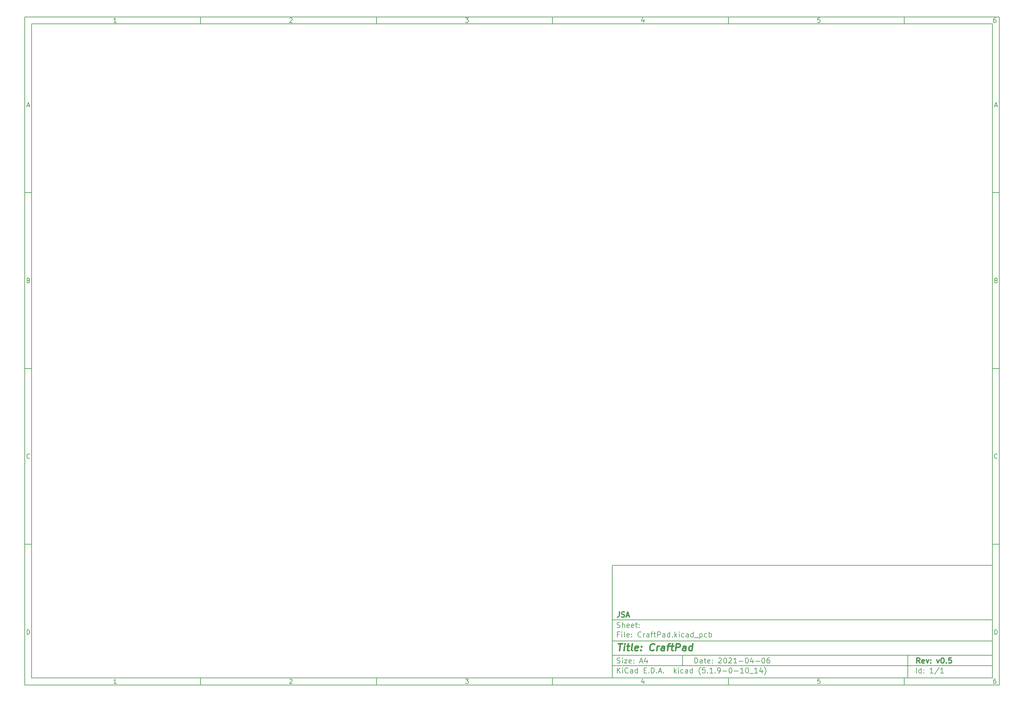
<source format=gbr>
%TF.GenerationSoftware,KiCad,Pcbnew,(5.1.9-0-10_14)*%
%TF.CreationDate,2021-04-06T08:54:49+08:00*%
%TF.ProjectId,CraftPad,43726166-7450-4616-942e-6b696361645f,v0.5*%
%TF.SameCoordinates,Original*%
%TF.FileFunction,Other,Comment*%
%FSLAX46Y46*%
G04 Gerber Fmt 4.6, Leading zero omitted, Abs format (unit mm)*
G04 Created by KiCad (PCBNEW (5.1.9-0-10_14)) date 2021-04-06 08:54:49*
%MOMM*%
%LPD*%
G01*
G04 APERTURE LIST*
%ADD10C,0.100000*%
%ADD11C,0.150000*%
%ADD12C,0.300000*%
%ADD13C,0.400000*%
G04 APERTURE END LIST*
D10*
D11*
X177002200Y-166007200D02*
X177002200Y-198007200D01*
X285002200Y-198007200D01*
X285002200Y-166007200D01*
X177002200Y-166007200D01*
D10*
D11*
X10000000Y-10000000D02*
X10000000Y-200007200D01*
X287002200Y-200007200D01*
X287002200Y-10000000D01*
X10000000Y-10000000D01*
D10*
D11*
X12000000Y-12000000D02*
X12000000Y-198007200D01*
X285002200Y-198007200D01*
X285002200Y-12000000D01*
X12000000Y-12000000D01*
D10*
D11*
X60000000Y-12000000D02*
X60000000Y-10000000D01*
D10*
D11*
X110000000Y-12000000D02*
X110000000Y-10000000D01*
D10*
D11*
X160000000Y-12000000D02*
X160000000Y-10000000D01*
D10*
D11*
X210000000Y-12000000D02*
X210000000Y-10000000D01*
D10*
D11*
X260000000Y-12000000D02*
X260000000Y-10000000D01*
D10*
D11*
X36065476Y-11588095D02*
X35322619Y-11588095D01*
X35694047Y-11588095D02*
X35694047Y-10288095D01*
X35570238Y-10473809D01*
X35446428Y-10597619D01*
X35322619Y-10659523D01*
D10*
D11*
X85322619Y-10411904D02*
X85384523Y-10350000D01*
X85508333Y-10288095D01*
X85817857Y-10288095D01*
X85941666Y-10350000D01*
X86003571Y-10411904D01*
X86065476Y-10535714D01*
X86065476Y-10659523D01*
X86003571Y-10845238D01*
X85260714Y-11588095D01*
X86065476Y-11588095D01*
D10*
D11*
X135260714Y-10288095D02*
X136065476Y-10288095D01*
X135632142Y-10783333D01*
X135817857Y-10783333D01*
X135941666Y-10845238D01*
X136003571Y-10907142D01*
X136065476Y-11030952D01*
X136065476Y-11340476D01*
X136003571Y-11464285D01*
X135941666Y-11526190D01*
X135817857Y-11588095D01*
X135446428Y-11588095D01*
X135322619Y-11526190D01*
X135260714Y-11464285D01*
D10*
D11*
X185941666Y-10721428D02*
X185941666Y-11588095D01*
X185632142Y-10226190D02*
X185322619Y-11154761D01*
X186127380Y-11154761D01*
D10*
D11*
X236003571Y-10288095D02*
X235384523Y-10288095D01*
X235322619Y-10907142D01*
X235384523Y-10845238D01*
X235508333Y-10783333D01*
X235817857Y-10783333D01*
X235941666Y-10845238D01*
X236003571Y-10907142D01*
X236065476Y-11030952D01*
X236065476Y-11340476D01*
X236003571Y-11464285D01*
X235941666Y-11526190D01*
X235817857Y-11588095D01*
X235508333Y-11588095D01*
X235384523Y-11526190D01*
X235322619Y-11464285D01*
D10*
D11*
X285941666Y-10288095D02*
X285694047Y-10288095D01*
X285570238Y-10350000D01*
X285508333Y-10411904D01*
X285384523Y-10597619D01*
X285322619Y-10845238D01*
X285322619Y-11340476D01*
X285384523Y-11464285D01*
X285446428Y-11526190D01*
X285570238Y-11588095D01*
X285817857Y-11588095D01*
X285941666Y-11526190D01*
X286003571Y-11464285D01*
X286065476Y-11340476D01*
X286065476Y-11030952D01*
X286003571Y-10907142D01*
X285941666Y-10845238D01*
X285817857Y-10783333D01*
X285570238Y-10783333D01*
X285446428Y-10845238D01*
X285384523Y-10907142D01*
X285322619Y-11030952D01*
D10*
D11*
X60000000Y-198007200D02*
X60000000Y-200007200D01*
D10*
D11*
X110000000Y-198007200D02*
X110000000Y-200007200D01*
D10*
D11*
X160000000Y-198007200D02*
X160000000Y-200007200D01*
D10*
D11*
X210000000Y-198007200D02*
X210000000Y-200007200D01*
D10*
D11*
X260000000Y-198007200D02*
X260000000Y-200007200D01*
D10*
D11*
X36065476Y-199595295D02*
X35322619Y-199595295D01*
X35694047Y-199595295D02*
X35694047Y-198295295D01*
X35570238Y-198481009D01*
X35446428Y-198604819D01*
X35322619Y-198666723D01*
D10*
D11*
X85322619Y-198419104D02*
X85384523Y-198357200D01*
X85508333Y-198295295D01*
X85817857Y-198295295D01*
X85941666Y-198357200D01*
X86003571Y-198419104D01*
X86065476Y-198542914D01*
X86065476Y-198666723D01*
X86003571Y-198852438D01*
X85260714Y-199595295D01*
X86065476Y-199595295D01*
D10*
D11*
X135260714Y-198295295D02*
X136065476Y-198295295D01*
X135632142Y-198790533D01*
X135817857Y-198790533D01*
X135941666Y-198852438D01*
X136003571Y-198914342D01*
X136065476Y-199038152D01*
X136065476Y-199347676D01*
X136003571Y-199471485D01*
X135941666Y-199533390D01*
X135817857Y-199595295D01*
X135446428Y-199595295D01*
X135322619Y-199533390D01*
X135260714Y-199471485D01*
D10*
D11*
X185941666Y-198728628D02*
X185941666Y-199595295D01*
X185632142Y-198233390D02*
X185322619Y-199161961D01*
X186127380Y-199161961D01*
D10*
D11*
X236003571Y-198295295D02*
X235384523Y-198295295D01*
X235322619Y-198914342D01*
X235384523Y-198852438D01*
X235508333Y-198790533D01*
X235817857Y-198790533D01*
X235941666Y-198852438D01*
X236003571Y-198914342D01*
X236065476Y-199038152D01*
X236065476Y-199347676D01*
X236003571Y-199471485D01*
X235941666Y-199533390D01*
X235817857Y-199595295D01*
X235508333Y-199595295D01*
X235384523Y-199533390D01*
X235322619Y-199471485D01*
D10*
D11*
X285941666Y-198295295D02*
X285694047Y-198295295D01*
X285570238Y-198357200D01*
X285508333Y-198419104D01*
X285384523Y-198604819D01*
X285322619Y-198852438D01*
X285322619Y-199347676D01*
X285384523Y-199471485D01*
X285446428Y-199533390D01*
X285570238Y-199595295D01*
X285817857Y-199595295D01*
X285941666Y-199533390D01*
X286003571Y-199471485D01*
X286065476Y-199347676D01*
X286065476Y-199038152D01*
X286003571Y-198914342D01*
X285941666Y-198852438D01*
X285817857Y-198790533D01*
X285570238Y-198790533D01*
X285446428Y-198852438D01*
X285384523Y-198914342D01*
X285322619Y-199038152D01*
D10*
D11*
X10000000Y-60000000D02*
X12000000Y-60000000D01*
D10*
D11*
X10000000Y-110000000D02*
X12000000Y-110000000D01*
D10*
D11*
X10000000Y-160000000D02*
X12000000Y-160000000D01*
D10*
D11*
X10690476Y-35216666D02*
X11309523Y-35216666D01*
X10566666Y-35588095D02*
X11000000Y-34288095D01*
X11433333Y-35588095D01*
D10*
D11*
X11092857Y-84907142D02*
X11278571Y-84969047D01*
X11340476Y-85030952D01*
X11402380Y-85154761D01*
X11402380Y-85340476D01*
X11340476Y-85464285D01*
X11278571Y-85526190D01*
X11154761Y-85588095D01*
X10659523Y-85588095D01*
X10659523Y-84288095D01*
X11092857Y-84288095D01*
X11216666Y-84350000D01*
X11278571Y-84411904D01*
X11340476Y-84535714D01*
X11340476Y-84659523D01*
X11278571Y-84783333D01*
X11216666Y-84845238D01*
X11092857Y-84907142D01*
X10659523Y-84907142D01*
D10*
D11*
X11402380Y-135464285D02*
X11340476Y-135526190D01*
X11154761Y-135588095D01*
X11030952Y-135588095D01*
X10845238Y-135526190D01*
X10721428Y-135402380D01*
X10659523Y-135278571D01*
X10597619Y-135030952D01*
X10597619Y-134845238D01*
X10659523Y-134597619D01*
X10721428Y-134473809D01*
X10845238Y-134350000D01*
X11030952Y-134288095D01*
X11154761Y-134288095D01*
X11340476Y-134350000D01*
X11402380Y-134411904D01*
D10*
D11*
X10659523Y-185588095D02*
X10659523Y-184288095D01*
X10969047Y-184288095D01*
X11154761Y-184350000D01*
X11278571Y-184473809D01*
X11340476Y-184597619D01*
X11402380Y-184845238D01*
X11402380Y-185030952D01*
X11340476Y-185278571D01*
X11278571Y-185402380D01*
X11154761Y-185526190D01*
X10969047Y-185588095D01*
X10659523Y-185588095D01*
D10*
D11*
X287002200Y-60000000D02*
X285002200Y-60000000D01*
D10*
D11*
X287002200Y-110000000D02*
X285002200Y-110000000D01*
D10*
D11*
X287002200Y-160000000D02*
X285002200Y-160000000D01*
D10*
D11*
X285692676Y-35216666D02*
X286311723Y-35216666D01*
X285568866Y-35588095D02*
X286002200Y-34288095D01*
X286435533Y-35588095D01*
D10*
D11*
X286095057Y-84907142D02*
X286280771Y-84969047D01*
X286342676Y-85030952D01*
X286404580Y-85154761D01*
X286404580Y-85340476D01*
X286342676Y-85464285D01*
X286280771Y-85526190D01*
X286156961Y-85588095D01*
X285661723Y-85588095D01*
X285661723Y-84288095D01*
X286095057Y-84288095D01*
X286218866Y-84350000D01*
X286280771Y-84411904D01*
X286342676Y-84535714D01*
X286342676Y-84659523D01*
X286280771Y-84783333D01*
X286218866Y-84845238D01*
X286095057Y-84907142D01*
X285661723Y-84907142D01*
D10*
D11*
X286404580Y-135464285D02*
X286342676Y-135526190D01*
X286156961Y-135588095D01*
X286033152Y-135588095D01*
X285847438Y-135526190D01*
X285723628Y-135402380D01*
X285661723Y-135278571D01*
X285599819Y-135030952D01*
X285599819Y-134845238D01*
X285661723Y-134597619D01*
X285723628Y-134473809D01*
X285847438Y-134350000D01*
X286033152Y-134288095D01*
X286156961Y-134288095D01*
X286342676Y-134350000D01*
X286404580Y-134411904D01*
D10*
D11*
X285661723Y-185588095D02*
X285661723Y-184288095D01*
X285971247Y-184288095D01*
X286156961Y-184350000D01*
X286280771Y-184473809D01*
X286342676Y-184597619D01*
X286404580Y-184845238D01*
X286404580Y-185030952D01*
X286342676Y-185278571D01*
X286280771Y-185402380D01*
X286156961Y-185526190D01*
X285971247Y-185588095D01*
X285661723Y-185588095D01*
D10*
D11*
X200434342Y-193785771D02*
X200434342Y-192285771D01*
X200791485Y-192285771D01*
X201005771Y-192357200D01*
X201148628Y-192500057D01*
X201220057Y-192642914D01*
X201291485Y-192928628D01*
X201291485Y-193142914D01*
X201220057Y-193428628D01*
X201148628Y-193571485D01*
X201005771Y-193714342D01*
X200791485Y-193785771D01*
X200434342Y-193785771D01*
X202577200Y-193785771D02*
X202577200Y-193000057D01*
X202505771Y-192857200D01*
X202362914Y-192785771D01*
X202077200Y-192785771D01*
X201934342Y-192857200D01*
X202577200Y-193714342D02*
X202434342Y-193785771D01*
X202077200Y-193785771D01*
X201934342Y-193714342D01*
X201862914Y-193571485D01*
X201862914Y-193428628D01*
X201934342Y-193285771D01*
X202077200Y-193214342D01*
X202434342Y-193214342D01*
X202577200Y-193142914D01*
X203077200Y-192785771D02*
X203648628Y-192785771D01*
X203291485Y-192285771D02*
X203291485Y-193571485D01*
X203362914Y-193714342D01*
X203505771Y-193785771D01*
X203648628Y-193785771D01*
X204720057Y-193714342D02*
X204577200Y-193785771D01*
X204291485Y-193785771D01*
X204148628Y-193714342D01*
X204077200Y-193571485D01*
X204077200Y-193000057D01*
X204148628Y-192857200D01*
X204291485Y-192785771D01*
X204577200Y-192785771D01*
X204720057Y-192857200D01*
X204791485Y-193000057D01*
X204791485Y-193142914D01*
X204077200Y-193285771D01*
X205434342Y-193642914D02*
X205505771Y-193714342D01*
X205434342Y-193785771D01*
X205362914Y-193714342D01*
X205434342Y-193642914D01*
X205434342Y-193785771D01*
X205434342Y-192857200D02*
X205505771Y-192928628D01*
X205434342Y-193000057D01*
X205362914Y-192928628D01*
X205434342Y-192857200D01*
X205434342Y-193000057D01*
X207220057Y-192428628D02*
X207291485Y-192357200D01*
X207434342Y-192285771D01*
X207791485Y-192285771D01*
X207934342Y-192357200D01*
X208005771Y-192428628D01*
X208077200Y-192571485D01*
X208077200Y-192714342D01*
X208005771Y-192928628D01*
X207148628Y-193785771D01*
X208077200Y-193785771D01*
X209005771Y-192285771D02*
X209148628Y-192285771D01*
X209291485Y-192357200D01*
X209362914Y-192428628D01*
X209434342Y-192571485D01*
X209505771Y-192857200D01*
X209505771Y-193214342D01*
X209434342Y-193500057D01*
X209362914Y-193642914D01*
X209291485Y-193714342D01*
X209148628Y-193785771D01*
X209005771Y-193785771D01*
X208862914Y-193714342D01*
X208791485Y-193642914D01*
X208720057Y-193500057D01*
X208648628Y-193214342D01*
X208648628Y-192857200D01*
X208720057Y-192571485D01*
X208791485Y-192428628D01*
X208862914Y-192357200D01*
X209005771Y-192285771D01*
X210077200Y-192428628D02*
X210148628Y-192357200D01*
X210291485Y-192285771D01*
X210648628Y-192285771D01*
X210791485Y-192357200D01*
X210862914Y-192428628D01*
X210934342Y-192571485D01*
X210934342Y-192714342D01*
X210862914Y-192928628D01*
X210005771Y-193785771D01*
X210934342Y-193785771D01*
X212362914Y-193785771D02*
X211505771Y-193785771D01*
X211934342Y-193785771D02*
X211934342Y-192285771D01*
X211791485Y-192500057D01*
X211648628Y-192642914D01*
X211505771Y-192714342D01*
X213005771Y-193214342D02*
X214148628Y-193214342D01*
X215148628Y-192285771D02*
X215291485Y-192285771D01*
X215434342Y-192357200D01*
X215505771Y-192428628D01*
X215577200Y-192571485D01*
X215648628Y-192857200D01*
X215648628Y-193214342D01*
X215577200Y-193500057D01*
X215505771Y-193642914D01*
X215434342Y-193714342D01*
X215291485Y-193785771D01*
X215148628Y-193785771D01*
X215005771Y-193714342D01*
X214934342Y-193642914D01*
X214862914Y-193500057D01*
X214791485Y-193214342D01*
X214791485Y-192857200D01*
X214862914Y-192571485D01*
X214934342Y-192428628D01*
X215005771Y-192357200D01*
X215148628Y-192285771D01*
X216934342Y-192785771D02*
X216934342Y-193785771D01*
X216577200Y-192214342D02*
X216220057Y-193285771D01*
X217148628Y-193285771D01*
X217720057Y-193214342D02*
X218862914Y-193214342D01*
X219862914Y-192285771D02*
X220005771Y-192285771D01*
X220148628Y-192357200D01*
X220220057Y-192428628D01*
X220291485Y-192571485D01*
X220362914Y-192857200D01*
X220362914Y-193214342D01*
X220291485Y-193500057D01*
X220220057Y-193642914D01*
X220148628Y-193714342D01*
X220005771Y-193785771D01*
X219862914Y-193785771D01*
X219720057Y-193714342D01*
X219648628Y-193642914D01*
X219577200Y-193500057D01*
X219505771Y-193214342D01*
X219505771Y-192857200D01*
X219577200Y-192571485D01*
X219648628Y-192428628D01*
X219720057Y-192357200D01*
X219862914Y-192285771D01*
X221648628Y-192285771D02*
X221362914Y-192285771D01*
X221220057Y-192357200D01*
X221148628Y-192428628D01*
X221005771Y-192642914D01*
X220934342Y-192928628D01*
X220934342Y-193500057D01*
X221005771Y-193642914D01*
X221077200Y-193714342D01*
X221220057Y-193785771D01*
X221505771Y-193785771D01*
X221648628Y-193714342D01*
X221720057Y-193642914D01*
X221791485Y-193500057D01*
X221791485Y-193142914D01*
X221720057Y-193000057D01*
X221648628Y-192928628D01*
X221505771Y-192857200D01*
X221220057Y-192857200D01*
X221077200Y-192928628D01*
X221005771Y-193000057D01*
X220934342Y-193142914D01*
D10*
D11*
X177002200Y-194507200D02*
X285002200Y-194507200D01*
D10*
D11*
X178434342Y-196585771D02*
X178434342Y-195085771D01*
X179291485Y-196585771D02*
X178648628Y-195728628D01*
X179291485Y-195085771D02*
X178434342Y-195942914D01*
X179934342Y-196585771D02*
X179934342Y-195585771D01*
X179934342Y-195085771D02*
X179862914Y-195157200D01*
X179934342Y-195228628D01*
X180005771Y-195157200D01*
X179934342Y-195085771D01*
X179934342Y-195228628D01*
X181505771Y-196442914D02*
X181434342Y-196514342D01*
X181220057Y-196585771D01*
X181077200Y-196585771D01*
X180862914Y-196514342D01*
X180720057Y-196371485D01*
X180648628Y-196228628D01*
X180577200Y-195942914D01*
X180577200Y-195728628D01*
X180648628Y-195442914D01*
X180720057Y-195300057D01*
X180862914Y-195157200D01*
X181077200Y-195085771D01*
X181220057Y-195085771D01*
X181434342Y-195157200D01*
X181505771Y-195228628D01*
X182791485Y-196585771D02*
X182791485Y-195800057D01*
X182720057Y-195657200D01*
X182577200Y-195585771D01*
X182291485Y-195585771D01*
X182148628Y-195657200D01*
X182791485Y-196514342D02*
X182648628Y-196585771D01*
X182291485Y-196585771D01*
X182148628Y-196514342D01*
X182077200Y-196371485D01*
X182077200Y-196228628D01*
X182148628Y-196085771D01*
X182291485Y-196014342D01*
X182648628Y-196014342D01*
X182791485Y-195942914D01*
X184148628Y-196585771D02*
X184148628Y-195085771D01*
X184148628Y-196514342D02*
X184005771Y-196585771D01*
X183720057Y-196585771D01*
X183577200Y-196514342D01*
X183505771Y-196442914D01*
X183434342Y-196300057D01*
X183434342Y-195871485D01*
X183505771Y-195728628D01*
X183577200Y-195657200D01*
X183720057Y-195585771D01*
X184005771Y-195585771D01*
X184148628Y-195657200D01*
X186005771Y-195800057D02*
X186505771Y-195800057D01*
X186720057Y-196585771D02*
X186005771Y-196585771D01*
X186005771Y-195085771D01*
X186720057Y-195085771D01*
X187362914Y-196442914D02*
X187434342Y-196514342D01*
X187362914Y-196585771D01*
X187291485Y-196514342D01*
X187362914Y-196442914D01*
X187362914Y-196585771D01*
X188077200Y-196585771D02*
X188077200Y-195085771D01*
X188434342Y-195085771D01*
X188648628Y-195157200D01*
X188791485Y-195300057D01*
X188862914Y-195442914D01*
X188934342Y-195728628D01*
X188934342Y-195942914D01*
X188862914Y-196228628D01*
X188791485Y-196371485D01*
X188648628Y-196514342D01*
X188434342Y-196585771D01*
X188077200Y-196585771D01*
X189577200Y-196442914D02*
X189648628Y-196514342D01*
X189577200Y-196585771D01*
X189505771Y-196514342D01*
X189577200Y-196442914D01*
X189577200Y-196585771D01*
X190220057Y-196157200D02*
X190934342Y-196157200D01*
X190077200Y-196585771D02*
X190577200Y-195085771D01*
X191077200Y-196585771D01*
X191577200Y-196442914D02*
X191648628Y-196514342D01*
X191577200Y-196585771D01*
X191505771Y-196514342D01*
X191577200Y-196442914D01*
X191577200Y-196585771D01*
X194577200Y-196585771D02*
X194577200Y-195085771D01*
X194720057Y-196014342D02*
X195148628Y-196585771D01*
X195148628Y-195585771D02*
X194577200Y-196157200D01*
X195791485Y-196585771D02*
X195791485Y-195585771D01*
X195791485Y-195085771D02*
X195720057Y-195157200D01*
X195791485Y-195228628D01*
X195862914Y-195157200D01*
X195791485Y-195085771D01*
X195791485Y-195228628D01*
X197148628Y-196514342D02*
X197005771Y-196585771D01*
X196720057Y-196585771D01*
X196577200Y-196514342D01*
X196505771Y-196442914D01*
X196434342Y-196300057D01*
X196434342Y-195871485D01*
X196505771Y-195728628D01*
X196577200Y-195657200D01*
X196720057Y-195585771D01*
X197005771Y-195585771D01*
X197148628Y-195657200D01*
X198434342Y-196585771D02*
X198434342Y-195800057D01*
X198362914Y-195657200D01*
X198220057Y-195585771D01*
X197934342Y-195585771D01*
X197791485Y-195657200D01*
X198434342Y-196514342D02*
X198291485Y-196585771D01*
X197934342Y-196585771D01*
X197791485Y-196514342D01*
X197720057Y-196371485D01*
X197720057Y-196228628D01*
X197791485Y-196085771D01*
X197934342Y-196014342D01*
X198291485Y-196014342D01*
X198434342Y-195942914D01*
X199791485Y-196585771D02*
X199791485Y-195085771D01*
X199791485Y-196514342D02*
X199648628Y-196585771D01*
X199362914Y-196585771D01*
X199220057Y-196514342D01*
X199148628Y-196442914D01*
X199077200Y-196300057D01*
X199077200Y-195871485D01*
X199148628Y-195728628D01*
X199220057Y-195657200D01*
X199362914Y-195585771D01*
X199648628Y-195585771D01*
X199791485Y-195657200D01*
X202077200Y-197157200D02*
X202005771Y-197085771D01*
X201862914Y-196871485D01*
X201791485Y-196728628D01*
X201720057Y-196514342D01*
X201648628Y-196157200D01*
X201648628Y-195871485D01*
X201720057Y-195514342D01*
X201791485Y-195300057D01*
X201862914Y-195157200D01*
X202005771Y-194942914D01*
X202077200Y-194871485D01*
X203362914Y-195085771D02*
X202648628Y-195085771D01*
X202577200Y-195800057D01*
X202648628Y-195728628D01*
X202791485Y-195657200D01*
X203148628Y-195657200D01*
X203291485Y-195728628D01*
X203362914Y-195800057D01*
X203434342Y-195942914D01*
X203434342Y-196300057D01*
X203362914Y-196442914D01*
X203291485Y-196514342D01*
X203148628Y-196585771D01*
X202791485Y-196585771D01*
X202648628Y-196514342D01*
X202577200Y-196442914D01*
X204077200Y-196442914D02*
X204148628Y-196514342D01*
X204077200Y-196585771D01*
X204005771Y-196514342D01*
X204077200Y-196442914D01*
X204077200Y-196585771D01*
X205577200Y-196585771D02*
X204720057Y-196585771D01*
X205148628Y-196585771D02*
X205148628Y-195085771D01*
X205005771Y-195300057D01*
X204862914Y-195442914D01*
X204720057Y-195514342D01*
X206220057Y-196442914D02*
X206291485Y-196514342D01*
X206220057Y-196585771D01*
X206148628Y-196514342D01*
X206220057Y-196442914D01*
X206220057Y-196585771D01*
X207005771Y-196585771D02*
X207291485Y-196585771D01*
X207434342Y-196514342D01*
X207505771Y-196442914D01*
X207648628Y-196228628D01*
X207720057Y-195942914D01*
X207720057Y-195371485D01*
X207648628Y-195228628D01*
X207577200Y-195157200D01*
X207434342Y-195085771D01*
X207148628Y-195085771D01*
X207005771Y-195157200D01*
X206934342Y-195228628D01*
X206862914Y-195371485D01*
X206862914Y-195728628D01*
X206934342Y-195871485D01*
X207005771Y-195942914D01*
X207148628Y-196014342D01*
X207434342Y-196014342D01*
X207577200Y-195942914D01*
X207648628Y-195871485D01*
X207720057Y-195728628D01*
X208362914Y-196014342D02*
X209505771Y-196014342D01*
X210505771Y-195085771D02*
X210648628Y-195085771D01*
X210791485Y-195157200D01*
X210862914Y-195228628D01*
X210934342Y-195371485D01*
X211005771Y-195657200D01*
X211005771Y-196014342D01*
X210934342Y-196300057D01*
X210862914Y-196442914D01*
X210791485Y-196514342D01*
X210648628Y-196585771D01*
X210505771Y-196585771D01*
X210362914Y-196514342D01*
X210291485Y-196442914D01*
X210220057Y-196300057D01*
X210148628Y-196014342D01*
X210148628Y-195657200D01*
X210220057Y-195371485D01*
X210291485Y-195228628D01*
X210362914Y-195157200D01*
X210505771Y-195085771D01*
X211648628Y-196014342D02*
X212791485Y-196014342D01*
X214291485Y-196585771D02*
X213434342Y-196585771D01*
X213862914Y-196585771D02*
X213862914Y-195085771D01*
X213720057Y-195300057D01*
X213577200Y-195442914D01*
X213434342Y-195514342D01*
X215220057Y-195085771D02*
X215362914Y-195085771D01*
X215505771Y-195157200D01*
X215577200Y-195228628D01*
X215648628Y-195371485D01*
X215720057Y-195657200D01*
X215720057Y-196014342D01*
X215648628Y-196300057D01*
X215577200Y-196442914D01*
X215505771Y-196514342D01*
X215362914Y-196585771D01*
X215220057Y-196585771D01*
X215077200Y-196514342D01*
X215005771Y-196442914D01*
X214934342Y-196300057D01*
X214862914Y-196014342D01*
X214862914Y-195657200D01*
X214934342Y-195371485D01*
X215005771Y-195228628D01*
X215077200Y-195157200D01*
X215220057Y-195085771D01*
X216005771Y-196728628D02*
X217148628Y-196728628D01*
X218291485Y-196585771D02*
X217434342Y-196585771D01*
X217862914Y-196585771D02*
X217862914Y-195085771D01*
X217720057Y-195300057D01*
X217577200Y-195442914D01*
X217434342Y-195514342D01*
X219577200Y-195585771D02*
X219577200Y-196585771D01*
X219220057Y-195014342D02*
X218862914Y-196085771D01*
X219791485Y-196085771D01*
X220220057Y-197157200D02*
X220291485Y-197085771D01*
X220434342Y-196871485D01*
X220505771Y-196728628D01*
X220577200Y-196514342D01*
X220648628Y-196157200D01*
X220648628Y-195871485D01*
X220577200Y-195514342D01*
X220505771Y-195300057D01*
X220434342Y-195157200D01*
X220291485Y-194942914D01*
X220220057Y-194871485D01*
D10*
D11*
X177002200Y-191507200D02*
X285002200Y-191507200D01*
D10*
D12*
X264411485Y-193785771D02*
X263911485Y-193071485D01*
X263554342Y-193785771D02*
X263554342Y-192285771D01*
X264125771Y-192285771D01*
X264268628Y-192357200D01*
X264340057Y-192428628D01*
X264411485Y-192571485D01*
X264411485Y-192785771D01*
X264340057Y-192928628D01*
X264268628Y-193000057D01*
X264125771Y-193071485D01*
X263554342Y-193071485D01*
X265625771Y-193714342D02*
X265482914Y-193785771D01*
X265197200Y-193785771D01*
X265054342Y-193714342D01*
X264982914Y-193571485D01*
X264982914Y-193000057D01*
X265054342Y-192857200D01*
X265197200Y-192785771D01*
X265482914Y-192785771D01*
X265625771Y-192857200D01*
X265697200Y-193000057D01*
X265697200Y-193142914D01*
X264982914Y-193285771D01*
X266197200Y-192785771D02*
X266554342Y-193785771D01*
X266911485Y-192785771D01*
X267482914Y-193642914D02*
X267554342Y-193714342D01*
X267482914Y-193785771D01*
X267411485Y-193714342D01*
X267482914Y-193642914D01*
X267482914Y-193785771D01*
X267482914Y-192857200D02*
X267554342Y-192928628D01*
X267482914Y-193000057D01*
X267411485Y-192928628D01*
X267482914Y-192857200D01*
X267482914Y-193000057D01*
X269197200Y-192785771D02*
X269554342Y-193785771D01*
X269911485Y-192785771D01*
X270768628Y-192285771D02*
X270911485Y-192285771D01*
X271054342Y-192357200D01*
X271125771Y-192428628D01*
X271197200Y-192571485D01*
X271268628Y-192857200D01*
X271268628Y-193214342D01*
X271197200Y-193500057D01*
X271125771Y-193642914D01*
X271054342Y-193714342D01*
X270911485Y-193785771D01*
X270768628Y-193785771D01*
X270625771Y-193714342D01*
X270554342Y-193642914D01*
X270482914Y-193500057D01*
X270411485Y-193214342D01*
X270411485Y-192857200D01*
X270482914Y-192571485D01*
X270554342Y-192428628D01*
X270625771Y-192357200D01*
X270768628Y-192285771D01*
X271911485Y-193642914D02*
X271982914Y-193714342D01*
X271911485Y-193785771D01*
X271840057Y-193714342D01*
X271911485Y-193642914D01*
X271911485Y-193785771D01*
X273340057Y-192285771D02*
X272625771Y-192285771D01*
X272554342Y-193000057D01*
X272625771Y-192928628D01*
X272768628Y-192857200D01*
X273125771Y-192857200D01*
X273268628Y-192928628D01*
X273340057Y-193000057D01*
X273411485Y-193142914D01*
X273411485Y-193500057D01*
X273340057Y-193642914D01*
X273268628Y-193714342D01*
X273125771Y-193785771D01*
X272768628Y-193785771D01*
X272625771Y-193714342D01*
X272554342Y-193642914D01*
D10*
D11*
X178362914Y-193714342D02*
X178577200Y-193785771D01*
X178934342Y-193785771D01*
X179077200Y-193714342D01*
X179148628Y-193642914D01*
X179220057Y-193500057D01*
X179220057Y-193357200D01*
X179148628Y-193214342D01*
X179077200Y-193142914D01*
X178934342Y-193071485D01*
X178648628Y-193000057D01*
X178505771Y-192928628D01*
X178434342Y-192857200D01*
X178362914Y-192714342D01*
X178362914Y-192571485D01*
X178434342Y-192428628D01*
X178505771Y-192357200D01*
X178648628Y-192285771D01*
X179005771Y-192285771D01*
X179220057Y-192357200D01*
X179862914Y-193785771D02*
X179862914Y-192785771D01*
X179862914Y-192285771D02*
X179791485Y-192357200D01*
X179862914Y-192428628D01*
X179934342Y-192357200D01*
X179862914Y-192285771D01*
X179862914Y-192428628D01*
X180434342Y-192785771D02*
X181220057Y-192785771D01*
X180434342Y-193785771D01*
X181220057Y-193785771D01*
X182362914Y-193714342D02*
X182220057Y-193785771D01*
X181934342Y-193785771D01*
X181791485Y-193714342D01*
X181720057Y-193571485D01*
X181720057Y-193000057D01*
X181791485Y-192857200D01*
X181934342Y-192785771D01*
X182220057Y-192785771D01*
X182362914Y-192857200D01*
X182434342Y-193000057D01*
X182434342Y-193142914D01*
X181720057Y-193285771D01*
X183077200Y-193642914D02*
X183148628Y-193714342D01*
X183077200Y-193785771D01*
X183005771Y-193714342D01*
X183077200Y-193642914D01*
X183077200Y-193785771D01*
X183077200Y-192857200D02*
X183148628Y-192928628D01*
X183077200Y-193000057D01*
X183005771Y-192928628D01*
X183077200Y-192857200D01*
X183077200Y-193000057D01*
X184862914Y-193357200D02*
X185577200Y-193357200D01*
X184720057Y-193785771D02*
X185220057Y-192285771D01*
X185720057Y-193785771D01*
X186862914Y-192785771D02*
X186862914Y-193785771D01*
X186505771Y-192214342D02*
X186148628Y-193285771D01*
X187077200Y-193285771D01*
D10*
D11*
X263434342Y-196585771D02*
X263434342Y-195085771D01*
X264791485Y-196585771D02*
X264791485Y-195085771D01*
X264791485Y-196514342D02*
X264648628Y-196585771D01*
X264362914Y-196585771D01*
X264220057Y-196514342D01*
X264148628Y-196442914D01*
X264077200Y-196300057D01*
X264077200Y-195871485D01*
X264148628Y-195728628D01*
X264220057Y-195657200D01*
X264362914Y-195585771D01*
X264648628Y-195585771D01*
X264791485Y-195657200D01*
X265505771Y-196442914D02*
X265577200Y-196514342D01*
X265505771Y-196585771D01*
X265434342Y-196514342D01*
X265505771Y-196442914D01*
X265505771Y-196585771D01*
X265505771Y-195657200D02*
X265577200Y-195728628D01*
X265505771Y-195800057D01*
X265434342Y-195728628D01*
X265505771Y-195657200D01*
X265505771Y-195800057D01*
X268148628Y-196585771D02*
X267291485Y-196585771D01*
X267720057Y-196585771D02*
X267720057Y-195085771D01*
X267577200Y-195300057D01*
X267434342Y-195442914D01*
X267291485Y-195514342D01*
X269862914Y-195014342D02*
X268577200Y-196942914D01*
X271148628Y-196585771D02*
X270291485Y-196585771D01*
X270720057Y-196585771D02*
X270720057Y-195085771D01*
X270577200Y-195300057D01*
X270434342Y-195442914D01*
X270291485Y-195514342D01*
D10*
D11*
X177002200Y-187507200D02*
X285002200Y-187507200D01*
D10*
D13*
X178714580Y-188211961D02*
X179857438Y-188211961D01*
X179036009Y-190211961D02*
X179286009Y-188211961D01*
X180274104Y-190211961D02*
X180440771Y-188878628D01*
X180524104Y-188211961D02*
X180416961Y-188307200D01*
X180500295Y-188402438D01*
X180607438Y-188307200D01*
X180524104Y-188211961D01*
X180500295Y-188402438D01*
X181107438Y-188878628D02*
X181869342Y-188878628D01*
X181476485Y-188211961D02*
X181262200Y-189926247D01*
X181333628Y-190116723D01*
X181512200Y-190211961D01*
X181702676Y-190211961D01*
X182655057Y-190211961D02*
X182476485Y-190116723D01*
X182405057Y-189926247D01*
X182619342Y-188211961D01*
X184190771Y-190116723D02*
X183988390Y-190211961D01*
X183607438Y-190211961D01*
X183428866Y-190116723D01*
X183357438Y-189926247D01*
X183452676Y-189164342D01*
X183571723Y-188973866D01*
X183774104Y-188878628D01*
X184155057Y-188878628D01*
X184333628Y-188973866D01*
X184405057Y-189164342D01*
X184381247Y-189354819D01*
X183405057Y-189545295D01*
X185155057Y-190021485D02*
X185238390Y-190116723D01*
X185131247Y-190211961D01*
X185047914Y-190116723D01*
X185155057Y-190021485D01*
X185131247Y-190211961D01*
X185286009Y-188973866D02*
X185369342Y-189069104D01*
X185262200Y-189164342D01*
X185178866Y-189069104D01*
X185286009Y-188973866D01*
X185262200Y-189164342D01*
X188774104Y-190021485D02*
X188666961Y-190116723D01*
X188369342Y-190211961D01*
X188178866Y-190211961D01*
X187905057Y-190116723D01*
X187738390Y-189926247D01*
X187666961Y-189735771D01*
X187619342Y-189354819D01*
X187655057Y-189069104D01*
X187797914Y-188688152D01*
X187916961Y-188497676D01*
X188131247Y-188307200D01*
X188428866Y-188211961D01*
X188619342Y-188211961D01*
X188893152Y-188307200D01*
X188976485Y-188402438D01*
X189607438Y-190211961D02*
X189774104Y-188878628D01*
X189726485Y-189259580D02*
X189845533Y-189069104D01*
X189952676Y-188973866D01*
X190155057Y-188878628D01*
X190345533Y-188878628D01*
X191702676Y-190211961D02*
X191833628Y-189164342D01*
X191762200Y-188973866D01*
X191583628Y-188878628D01*
X191202676Y-188878628D01*
X191000295Y-188973866D01*
X191714580Y-190116723D02*
X191512200Y-190211961D01*
X191036009Y-190211961D01*
X190857438Y-190116723D01*
X190786009Y-189926247D01*
X190809819Y-189735771D01*
X190928866Y-189545295D01*
X191131247Y-189450057D01*
X191607438Y-189450057D01*
X191809819Y-189354819D01*
X192536009Y-188878628D02*
X193297914Y-188878628D01*
X192655057Y-190211961D02*
X192869342Y-188497676D01*
X192988390Y-188307200D01*
X193190771Y-188211961D01*
X193381247Y-188211961D01*
X193678866Y-188878628D02*
X194440771Y-188878628D01*
X194047914Y-188211961D02*
X193833628Y-189926247D01*
X193905057Y-190116723D01*
X194083628Y-190211961D01*
X194274104Y-190211961D01*
X194940771Y-190211961D02*
X195190771Y-188211961D01*
X195952676Y-188211961D01*
X196131247Y-188307200D01*
X196214580Y-188402438D01*
X196286009Y-188592914D01*
X196250295Y-188878628D01*
X196131247Y-189069104D01*
X196024104Y-189164342D01*
X195821723Y-189259580D01*
X195059819Y-189259580D01*
X197797914Y-190211961D02*
X197928866Y-189164342D01*
X197857438Y-188973866D01*
X197678866Y-188878628D01*
X197297914Y-188878628D01*
X197095533Y-188973866D01*
X197809819Y-190116723D02*
X197607438Y-190211961D01*
X197131247Y-190211961D01*
X196952676Y-190116723D01*
X196881247Y-189926247D01*
X196905057Y-189735771D01*
X197024104Y-189545295D01*
X197226485Y-189450057D01*
X197702676Y-189450057D01*
X197905057Y-189354819D01*
X199607438Y-190211961D02*
X199857438Y-188211961D01*
X199619342Y-190116723D02*
X199416961Y-190211961D01*
X199036009Y-190211961D01*
X198857438Y-190116723D01*
X198774104Y-190021485D01*
X198702676Y-189831009D01*
X198774104Y-189259580D01*
X198893152Y-189069104D01*
X199000295Y-188973866D01*
X199202676Y-188878628D01*
X199583628Y-188878628D01*
X199762200Y-188973866D01*
D10*
D11*
X178934342Y-185600057D02*
X178434342Y-185600057D01*
X178434342Y-186385771D02*
X178434342Y-184885771D01*
X179148628Y-184885771D01*
X179720057Y-186385771D02*
X179720057Y-185385771D01*
X179720057Y-184885771D02*
X179648628Y-184957200D01*
X179720057Y-185028628D01*
X179791485Y-184957200D01*
X179720057Y-184885771D01*
X179720057Y-185028628D01*
X180648628Y-186385771D02*
X180505771Y-186314342D01*
X180434342Y-186171485D01*
X180434342Y-184885771D01*
X181791485Y-186314342D02*
X181648628Y-186385771D01*
X181362914Y-186385771D01*
X181220057Y-186314342D01*
X181148628Y-186171485D01*
X181148628Y-185600057D01*
X181220057Y-185457200D01*
X181362914Y-185385771D01*
X181648628Y-185385771D01*
X181791485Y-185457200D01*
X181862914Y-185600057D01*
X181862914Y-185742914D01*
X181148628Y-185885771D01*
X182505771Y-186242914D02*
X182577200Y-186314342D01*
X182505771Y-186385771D01*
X182434342Y-186314342D01*
X182505771Y-186242914D01*
X182505771Y-186385771D01*
X182505771Y-185457200D02*
X182577200Y-185528628D01*
X182505771Y-185600057D01*
X182434342Y-185528628D01*
X182505771Y-185457200D01*
X182505771Y-185600057D01*
X185220057Y-186242914D02*
X185148628Y-186314342D01*
X184934342Y-186385771D01*
X184791485Y-186385771D01*
X184577200Y-186314342D01*
X184434342Y-186171485D01*
X184362914Y-186028628D01*
X184291485Y-185742914D01*
X184291485Y-185528628D01*
X184362914Y-185242914D01*
X184434342Y-185100057D01*
X184577200Y-184957200D01*
X184791485Y-184885771D01*
X184934342Y-184885771D01*
X185148628Y-184957200D01*
X185220057Y-185028628D01*
X185862914Y-186385771D02*
X185862914Y-185385771D01*
X185862914Y-185671485D02*
X185934342Y-185528628D01*
X186005771Y-185457200D01*
X186148628Y-185385771D01*
X186291485Y-185385771D01*
X187434342Y-186385771D02*
X187434342Y-185600057D01*
X187362914Y-185457200D01*
X187220057Y-185385771D01*
X186934342Y-185385771D01*
X186791485Y-185457200D01*
X187434342Y-186314342D02*
X187291485Y-186385771D01*
X186934342Y-186385771D01*
X186791485Y-186314342D01*
X186720057Y-186171485D01*
X186720057Y-186028628D01*
X186791485Y-185885771D01*
X186934342Y-185814342D01*
X187291485Y-185814342D01*
X187434342Y-185742914D01*
X187934342Y-185385771D02*
X188505771Y-185385771D01*
X188148628Y-186385771D02*
X188148628Y-185100057D01*
X188220057Y-184957200D01*
X188362914Y-184885771D01*
X188505771Y-184885771D01*
X188791485Y-185385771D02*
X189362914Y-185385771D01*
X189005771Y-184885771D02*
X189005771Y-186171485D01*
X189077200Y-186314342D01*
X189220057Y-186385771D01*
X189362914Y-186385771D01*
X189862914Y-186385771D02*
X189862914Y-184885771D01*
X190434342Y-184885771D01*
X190577200Y-184957200D01*
X190648628Y-185028628D01*
X190720057Y-185171485D01*
X190720057Y-185385771D01*
X190648628Y-185528628D01*
X190577200Y-185600057D01*
X190434342Y-185671485D01*
X189862914Y-185671485D01*
X192005771Y-186385771D02*
X192005771Y-185600057D01*
X191934342Y-185457200D01*
X191791485Y-185385771D01*
X191505771Y-185385771D01*
X191362914Y-185457200D01*
X192005771Y-186314342D02*
X191862914Y-186385771D01*
X191505771Y-186385771D01*
X191362914Y-186314342D01*
X191291485Y-186171485D01*
X191291485Y-186028628D01*
X191362914Y-185885771D01*
X191505771Y-185814342D01*
X191862914Y-185814342D01*
X192005771Y-185742914D01*
X193362914Y-186385771D02*
X193362914Y-184885771D01*
X193362914Y-186314342D02*
X193220057Y-186385771D01*
X192934342Y-186385771D01*
X192791485Y-186314342D01*
X192720057Y-186242914D01*
X192648628Y-186100057D01*
X192648628Y-185671485D01*
X192720057Y-185528628D01*
X192791485Y-185457200D01*
X192934342Y-185385771D01*
X193220057Y-185385771D01*
X193362914Y-185457200D01*
X194077200Y-186242914D02*
X194148628Y-186314342D01*
X194077200Y-186385771D01*
X194005771Y-186314342D01*
X194077200Y-186242914D01*
X194077200Y-186385771D01*
X194791485Y-186385771D02*
X194791485Y-184885771D01*
X194934342Y-185814342D02*
X195362914Y-186385771D01*
X195362914Y-185385771D02*
X194791485Y-185957200D01*
X196005771Y-186385771D02*
X196005771Y-185385771D01*
X196005771Y-184885771D02*
X195934342Y-184957200D01*
X196005771Y-185028628D01*
X196077200Y-184957200D01*
X196005771Y-184885771D01*
X196005771Y-185028628D01*
X197362914Y-186314342D02*
X197220057Y-186385771D01*
X196934342Y-186385771D01*
X196791485Y-186314342D01*
X196720057Y-186242914D01*
X196648628Y-186100057D01*
X196648628Y-185671485D01*
X196720057Y-185528628D01*
X196791485Y-185457200D01*
X196934342Y-185385771D01*
X197220057Y-185385771D01*
X197362914Y-185457200D01*
X198648628Y-186385771D02*
X198648628Y-185600057D01*
X198577200Y-185457200D01*
X198434342Y-185385771D01*
X198148628Y-185385771D01*
X198005771Y-185457200D01*
X198648628Y-186314342D02*
X198505771Y-186385771D01*
X198148628Y-186385771D01*
X198005771Y-186314342D01*
X197934342Y-186171485D01*
X197934342Y-186028628D01*
X198005771Y-185885771D01*
X198148628Y-185814342D01*
X198505771Y-185814342D01*
X198648628Y-185742914D01*
X200005771Y-186385771D02*
X200005771Y-184885771D01*
X200005771Y-186314342D02*
X199862914Y-186385771D01*
X199577200Y-186385771D01*
X199434342Y-186314342D01*
X199362914Y-186242914D01*
X199291485Y-186100057D01*
X199291485Y-185671485D01*
X199362914Y-185528628D01*
X199434342Y-185457200D01*
X199577200Y-185385771D01*
X199862914Y-185385771D01*
X200005771Y-185457200D01*
X200362914Y-186528628D02*
X201505771Y-186528628D01*
X201862914Y-185385771D02*
X201862914Y-186885771D01*
X201862914Y-185457200D02*
X202005771Y-185385771D01*
X202291485Y-185385771D01*
X202434342Y-185457200D01*
X202505771Y-185528628D01*
X202577200Y-185671485D01*
X202577200Y-186100057D01*
X202505771Y-186242914D01*
X202434342Y-186314342D01*
X202291485Y-186385771D01*
X202005771Y-186385771D01*
X201862914Y-186314342D01*
X203862914Y-186314342D02*
X203720057Y-186385771D01*
X203434342Y-186385771D01*
X203291485Y-186314342D01*
X203220057Y-186242914D01*
X203148628Y-186100057D01*
X203148628Y-185671485D01*
X203220057Y-185528628D01*
X203291485Y-185457200D01*
X203434342Y-185385771D01*
X203720057Y-185385771D01*
X203862914Y-185457200D01*
X204505771Y-186385771D02*
X204505771Y-184885771D01*
X204505771Y-185457200D02*
X204648628Y-185385771D01*
X204934342Y-185385771D01*
X205077200Y-185457200D01*
X205148628Y-185528628D01*
X205220057Y-185671485D01*
X205220057Y-186100057D01*
X205148628Y-186242914D01*
X205077200Y-186314342D01*
X204934342Y-186385771D01*
X204648628Y-186385771D01*
X204505771Y-186314342D01*
D10*
D11*
X177002200Y-181507200D02*
X285002200Y-181507200D01*
D10*
D11*
X178362914Y-183614342D02*
X178577200Y-183685771D01*
X178934342Y-183685771D01*
X179077200Y-183614342D01*
X179148628Y-183542914D01*
X179220057Y-183400057D01*
X179220057Y-183257200D01*
X179148628Y-183114342D01*
X179077200Y-183042914D01*
X178934342Y-182971485D01*
X178648628Y-182900057D01*
X178505771Y-182828628D01*
X178434342Y-182757200D01*
X178362914Y-182614342D01*
X178362914Y-182471485D01*
X178434342Y-182328628D01*
X178505771Y-182257200D01*
X178648628Y-182185771D01*
X179005771Y-182185771D01*
X179220057Y-182257200D01*
X179862914Y-183685771D02*
X179862914Y-182185771D01*
X180505771Y-183685771D02*
X180505771Y-182900057D01*
X180434342Y-182757200D01*
X180291485Y-182685771D01*
X180077200Y-182685771D01*
X179934342Y-182757200D01*
X179862914Y-182828628D01*
X181791485Y-183614342D02*
X181648628Y-183685771D01*
X181362914Y-183685771D01*
X181220057Y-183614342D01*
X181148628Y-183471485D01*
X181148628Y-182900057D01*
X181220057Y-182757200D01*
X181362914Y-182685771D01*
X181648628Y-182685771D01*
X181791485Y-182757200D01*
X181862914Y-182900057D01*
X181862914Y-183042914D01*
X181148628Y-183185771D01*
X183077200Y-183614342D02*
X182934342Y-183685771D01*
X182648628Y-183685771D01*
X182505771Y-183614342D01*
X182434342Y-183471485D01*
X182434342Y-182900057D01*
X182505771Y-182757200D01*
X182648628Y-182685771D01*
X182934342Y-182685771D01*
X183077200Y-182757200D01*
X183148628Y-182900057D01*
X183148628Y-183042914D01*
X182434342Y-183185771D01*
X183577200Y-182685771D02*
X184148628Y-182685771D01*
X183791485Y-182185771D02*
X183791485Y-183471485D01*
X183862914Y-183614342D01*
X184005771Y-183685771D01*
X184148628Y-183685771D01*
X184648628Y-183542914D02*
X184720057Y-183614342D01*
X184648628Y-183685771D01*
X184577200Y-183614342D01*
X184648628Y-183542914D01*
X184648628Y-183685771D01*
X184648628Y-182757200D02*
X184720057Y-182828628D01*
X184648628Y-182900057D01*
X184577200Y-182828628D01*
X184648628Y-182757200D01*
X184648628Y-182900057D01*
D10*
D12*
X178982914Y-179185771D02*
X178982914Y-180257200D01*
X178911485Y-180471485D01*
X178768628Y-180614342D01*
X178554342Y-180685771D01*
X178411485Y-180685771D01*
X179625771Y-180614342D02*
X179840057Y-180685771D01*
X180197200Y-180685771D01*
X180340057Y-180614342D01*
X180411485Y-180542914D01*
X180482914Y-180400057D01*
X180482914Y-180257200D01*
X180411485Y-180114342D01*
X180340057Y-180042914D01*
X180197200Y-179971485D01*
X179911485Y-179900057D01*
X179768628Y-179828628D01*
X179697200Y-179757200D01*
X179625771Y-179614342D01*
X179625771Y-179471485D01*
X179697200Y-179328628D01*
X179768628Y-179257200D01*
X179911485Y-179185771D01*
X180268628Y-179185771D01*
X180482914Y-179257200D01*
X181054342Y-180257200D02*
X181768628Y-180257200D01*
X180911485Y-180685771D02*
X181411485Y-179185771D01*
X181911485Y-180685771D01*
D10*
D11*
X197002200Y-191507200D02*
X197002200Y-194507200D01*
D10*
D11*
X261002200Y-191507200D02*
X261002200Y-198007200D01*
M02*

</source>
